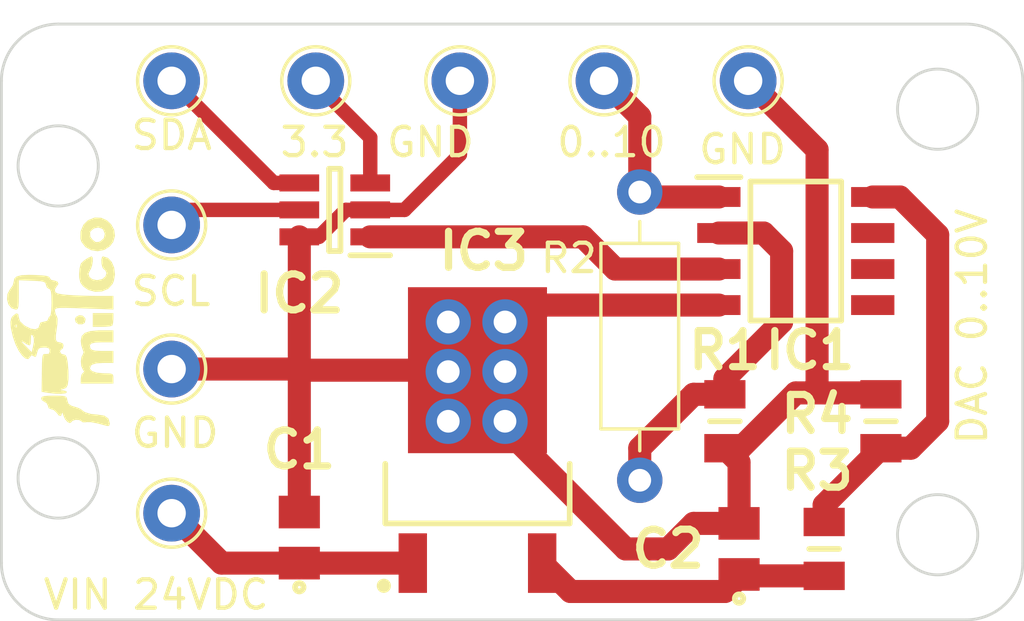
<source format=kicad_pcb>
(kicad_pcb (version 20240108) (generator "pcbnew") (generator_version "8.0")
  (layers (0 "F.Cu" signal) (31 "B.Cu" signal) (34 "B.Paste" user) (35 "F.Paste" user) (36 "B.SilkS" user "B.Silkscreen") (37 "F.SilkS" user "F.Silkscreen") (38 "B.Mask" user) (39 "F.Mask" user) (44 "Edge.Cuts" user))
  (net 0 "")
  (net 1 "/VIN")
  (net 2 "GND")
  (net 3 "/24VDC")
  (net 4 "Net-(IC1-OUTPUT_A)")
  (net 5 "Net-(IC1-INPUTS_A_1)")
  (net 7 "Net-(IC1-INPUTS_A_2)")
  (net 9 "Net-(IC1-VCC)")
  (net 11 "/SDA")
  (net 12 "/SCL")
  (net 13 "/3.3")
  (footprint "WP_MILCO_LOGO:MILCO_LOGO 20" (layer "F.Cu") (at 113.5 81.4 90)
    (property "Reference" "G***" (hide yes))
    (property "Value" "LOGO" (hide yes))
    (fp_poly (pts (xy 0.073966 0.12478) (xy 0.140035 0.241237) (xy 0.120885 0.368763) (xy 0.029187 0.455689) (xy -0.00971 0.466004) (xy -0.130297 0.440292) (xy -0.183845 0.349382) (xy -0.181922 0.215624) (xy -0.109292 0.119167) (xy -0.001074 0.090606)) (fill solid) (layer "F.SilkS"))
    (fp_poly (pts (xy 0.212411 1.447553) (xy 0.010342 1.447553) (xy -0.139446 1.436463) (xy -0.229402 1.409526) (xy -0.23214 1.40714) (xy -0.254844 1.328215) (xy -0.269505 1.169316) (xy -0.272554 1.043417) (xy -0.272554 0.720107) (xy 0.212411 0.720107)) (fill solid) (layer "F.SilkS"))
    (fp_poly (pts (xy 3.092423 0.288706) (xy 3.327469 0.389167) (xy 3.491126 0.555732) (xy 3.581465 0.789956) (xy 3.573153 1.01517) (xy 3.485294 1.215262) (xy 3.336989 1.374122) (xy 3.147341 1.475639) (xy 2.935453 1.5037) (xy 2.720428 1.442195) (xy 2.571948 1.330976) (xy 2.436898 1.124428) (xy 2.391882 0.890001) (xy 2.403026 0.820883) (xy 2.717234 0.820883) (xy 2.721501 0.929533) (xy 2.746272 0.99033) (xy 2.856304 1.111175) (xy 3.00737 1.144914) (xy 3.152494 1.084652) (xy 3.182163 1.054307) (xy 3.229649 0.914942) (xy 3.195145 0.760222) (xy 3.09519 0.645442) (xy 3.05431 0.62687) (xy 2.906785 0.634118) (xy 2.801067 0.711191) (xy 2.717234 0.820883) (xy 2.403026 0.820883) (xy 2.429329 0.657748) (xy 2.541673 0.457725) (xy 2.721343 0.319985) (xy 2.835735 0.283539)) (fill solid) (layer "F.SilkS"))
    (fp_poly (pts (xy 1.782386 0.253069) (xy 1.935006 0.291259) (xy 1.975659 0.312847) (xy 2.069635 0.413627) (xy 2.15955 0.54977) (xy 2.210388 0.66622) (xy 2.212888 0.685812) (xy 2.162535 0.718754) (xy 2.041567 0.721015) (xy 1.895119 0.697984) (xy 1.768326 0.65505) (xy 1.726309 0.627715) (xy 1.598639 0.567481) (xy 1.485442 0.603806) (xy 1.404496 0.712056) (xy 1.373578 0.867593) (xy 1.410464 1.045782) (xy 1.415828 1.05799) (xy 1.508652 1.167669) (xy 1.626422 1.202756) (xy 1.725652 1.155942) (xy 1.749846 1.114141) (xy 1.819167 1.060322) (xy 1.946826 1.028385) (xy 2.085539 1.021932) (xy 2.188021 1.044564) (xy 2.212888 1.078872) (xy 2.158823 1.253591) (xy 2.015766 1.389272) (xy 1.812424 1.475971) (xy 1.577506 1.503742) (xy 1.339718 1.462638) (xy 1.236173 1.417265) (xy 1.067809 1.26293) (xy 0.975249 1.045716) (xy 0.961198 0.799472) (xy 1.02836 0.558044) (xy 1.153291 0.379921) (xy 1.28463 0.282807) (xy 1.451411 0.241793) (xy 1.588772 0.237071)) (fill solid) (layer "F.SilkS"))
    (fp_poly (pts (xy -1.960591 0.318999) (xy -1.891627 0.371539) (xy -1.851147 0.416915) (xy -1.78352 0.371539) (xy -1.656968 0.314106) (xy -1.483325 0.298225) (xy -1.324098 0.325018) (xy -1.261114 0.362) (xy -1.167118 0.397051) (xy -1.071114 0.362) (xy -0.917677 0.312618) (xy -0.764941 0.295764) (xy -0.597705 0.329191) (xy -0.484706 0.438079) (xy -0.419201 0.635338) (xy -0.394448 0.933879) (xy -0.393795 1.006388) (xy -0.393795 1.447553) (xy -0.818138 1.447553) (xy -0.818138 1.057098) (xy -0.827108 0.81213) (xy -0.859348 0.671127) (xy -0.922855 0.617776) (xy -1.02484 0.635465) (xy -1.080603 0.687456) (xy -1.110789 0.806009) (xy -1.121065 1.016093) (xy -1.121241 1.060006) (xy -1.121241 1.447553) (xy -1.545585 1.447553) (xy -1.545585 1.091253) (xy -1.559485 0.847416) (xy -1.604371 0.70052) (xy -1.643075 0.654042) (xy -1.746341 0.620466) (xy -1.830175 0.694123) (xy -1.887 0.861588) (xy -1.909239 1.109436) (xy -1.909308 1.125727) (xy -1.912678 1.312117) (xy -1.93423 1.407639) (xy -1.991124 1.442661) (xy -2.091169 1.447553) (xy -2.273031 1.447553) (xy -2.273031 0.295764) (xy -2.096221 0.295764)) (fill solid) (layer "F.SilkS"))
    (fp_poly (pts (xy -2.743383 -1.078389) (xy -2.713755 -1.002546) (xy -2.700118 -0.847754) (xy -2.697375 -0.647881) (xy -2.699254 -0.417645) (xy -2.711094 -0.281865) (xy -2.742198 -0.213758) (xy -2.801871 -0.186543) (xy -2.860578 -0.178072) (xy -2.982924 -0.136816) (xy -3.054375 -0.026351) (xy -3.078386 0.053187) (xy -3.124734 0.201672) (xy -3.167486 0.290297) (xy -3.17282 0.295669) (xy -3.275729 0.437135) (xy -3.343718 0.657653) (xy -3.3642 0.879308) (xy -3.398933 1.124247) (xy -3.504272 1.271784) (xy -3.681927 1.324282) (xy -3.686543 1.324384) (xy -3.767759 1.292692) (xy -3.765927 1.220227) (xy -3.676319 0.884868) (xy -3.632011 0.649293) (xy -3.630932 0.501681) (xy -3.63632 0.479746) (xy -3.638316 0.369095) (xy -3.609148 0.327598) (xy -3.556842 0.239113) (xy -3.5507 0.109483) (xy -3.58847 0.001271) (xy -3.621838 -0.024804) (xy -3.666622 -0.083277) (xy -3.628146 -0.170846) (xy -3.529537 -0.258465) (xy -3.393926 -0.317087) (xy -3.388028 -0.318425) (xy -3.297698 -0.346127) (xy -3.309517 -0.363044) (xy -3.318735 -0.36389) (xy -3.412117 -0.400498) (xy -3.403458 -0.473592) (xy -3.30358 -0.552924) (xy -3.206457 -0.652929) (xy -3.182339 -0.736918) (xy -3.137879 -0.837472) (xy -3.068168 -0.856026) (xy -2.961496 -0.907228) (xy -2.922292 -0.977268) (xy -2.855959 -1.075859) (xy -2.793981 -1.098509)) (fill solid) (layer "F.SilkS"))
    (fp_poly (pts (xy 0.884821 -2.28944) (xy 1.049289 -2.200958) (xy 1.061098 -2.189678) (xy 1.199464 -2.09839) (xy 1.319308 -2.068437) (xy 1.433424 -2.04292) (xy 1.508369 -1.955671) (xy 1.549273 -1.790642) (xy 1.561268 -1.531785) (xy 1.556763 -1.325836) (xy 1.542247 -1.058399) (xy 1.520233 -0.893483) (xy 1.486989 -0.812424) (xy 1.450677 -0.795406) (xy 1.382362 -0.742622) (xy 1.364201 -0.643855) (xy 1.327273 -0.52767) (xy 1.244328 -0.488787) (xy 1.157123 -0.545101) (xy 1.152029 -0.552924) (xy 1.065902 -0.605169) (xy 1.005666 -0.613544) (xy 0.944627 -0.59362) (xy 0.904002 -0.517482) (xy 0.87494 -0.360583) (xy 0.858123 -0.204356) (xy 0.84084 0.043806) (xy 0.827443 0.359898) (xy 0.819951 0.690625) (xy 0.819047 0.826193) (xy 0.818616 1.447553) (xy 0.339149 1.447553) (xy 0.376173 0.417005) (xy 0.389072 0.041737) (xy 0.395764 -0.229309) (xy 0.39491 -0.413057) (xy 0.38517 -0.52643) (xy 0.365205 -0.58635) (xy 0.333677 -0.60974) (xy 0.294617 -0.613544) (xy 0.163308 -0.583237) (xy 0.112596 -0.550102) (xy 0.016784 -0.518562) (xy -0.175869 -0.5263) (xy -0.332788 -0.548169) (xy -0.574054 -0.581259) (xy -0.720026 -0.581263) (xy -0.793502 -0.542541) (xy -0.817281 -0.459454) (xy -0.818138 -0.428105) (xy -0.862736 -0.329339) (xy -0.939379 -0.310442) (xy -1.037886 -0.335828) (xy -1.06062 -0.371062) (xy -1.10972 -0.424844) (xy -1.151551 -0.431683) (xy -1.226126 -0.381477) (xy -1.242482 -0.314804) (xy -1.264404 -0.24206) (xy -1.348392 -0.196127) (xy -1.521775 -0.163592) (xy -1.56074 -0.158597) (xy -1.80979 -0.138819) (xy -2.063499 -0.135172) (xy -2.149374 -0.139079) (xy -2.324398 -0.162509) (xy -2.415986 -0.212969) (xy -2.461589 -0.310442) (xy -2.492396 -0.411925) (xy -2.504943 -0.39997) (xy -2.50947 -0.325597) (xy -2.537096 -0.219011) (xy -2.576134 -0.189201) (xy -2.615202 -0.244166) (xy -2.633432 -0.389712) (xy -2.629836 -0.596815) (xy -2.603423 -0.836451) (xy -2.599108 -0.8634) (xy -2.562796 -1.082946) (xy -1.887484 -1.075572) (xy -1.594301 -1.071447) (xy -1.401998 -1.063749) (xy -1.290218 -1.048021) (xy -1.238603 -1.019802) (xy -1.226795 -0.974633) (xy -1.231137 -0.931802) (xy -1.219167 -0.824912) (xy -1.125586 -0.795406) (xy -1.125051 -0.795406) (xy -1.037975 -0.818762) (xy -1.003668 -0.910778) (xy -1 -1) (xy -1.014588 -1.143897) (xy -1.081733 -1.212736) (xy -1.189306 -1.242456) (xy -1.312644 -1.278502) (xy -1.33343 -1.326878) (xy -1.309 -1.364195) (xy -1.279073 -1.431921) (xy -1.162434 -1.431921) (xy -1.005441 -1.393628) (xy -0.798939 -1.354372) (xy -0.662425 -1.361803) (xy -0.575656 -1.401611) (xy -0.545046 -1.440388) (xy -0.617574 -1.458437) (xy -0.712052 -1.461303) (xy -0.872427 -1.468099) (xy -0.927573 -1.505012) (xy -0.892271 -1.599506) (xy -0.836069 -1.691692) (xy -0.787207 -1.776038) (xy -0.799869 -1.782489) (xy -0.883176 -1.707151) (xy -0.947596 -1.644093) (xy -1.162434 -1.431921) (xy -1.279073 -1.431921) (xy -1.274626 -1.441986) (xy -1.331866 -1.48356) (xy -1.410346 -1.553616) (xy -1.390365 -1.653417) (xy -1.287015 -1.770229) (xy -1.115389 -1.891318) (xy -0.94336 -1.977506) (xy -0.272554 -1.977506) (xy -0.242243 -1.947196) (xy -0.211933 -1.977506) (xy -0.242243 -2.007816) (xy -0.272554 -1.977506) (xy -0.94336 -1.977506) (xy -0.89058 -2.003949) (xy -0.627683 -2.095389) (xy -0.596886 -2.10366) (xy -0.304585 -2.168543) (xy -0.099465 -2.183912) (xy 0.042098 -2.149459) (xy 0.11715 -2.094417) (xy 0.203089 -1.976585) (xy 0.178247 -1.906927) (xy 0.061719 -1.886575) (xy -0.075815 -1.842815) (xy -0.211122 -1.700363) (xy -0.239597 -1.658965) (xy -0.33496 -1.464622) (xy -0.355579 -1.300606) (xy -0.303137 -1.191159) (xy -0.204863 -1.159129) (xy -0.114217 -1.119548) (xy -0.090692 -1.007578) (xy -0.059073 -0.885689) (xy 0.000239 -0.856026) (xy 0.080911 -0.823293) (xy 0.09117 -0.795406) (xy 0.147888 -0.765385) (xy 0.302735 -0.744289) (xy 0.53275 -0.734987) (xy 0.576134 -0.734785) (xy 0.827619 -0.739504) (xy 0.978419 -0.756077) (xy 1.04881 -0.788129) (xy 1.061098 -0.8215) (xy 1.112701 -0.896627) (xy 1.197494 -0.927586) (xy 1.266689 -0.94686) (xy 1.309163 -0.99781) (xy 1.333117 -1.106471) (xy 1.346752 -1.298876) (xy 1.351595 -1.416766) (xy 1.3693 -1.886575) (xy 0.851476 -1.886575) (xy 0.59919 -1.889177) (xy 0.444758 -1.900342) (xy 0.364845 -1.92511) (xy 0.336115 -1.968523) (xy 0.333652 -1.998421) (xy 0.385567 -2.149547) (xy 0.518025 -2.254549) (xy 0.696088 -2.304242)) (fill solid) (layer "F.SilkS"))
  )
  (footprint "Samacsys:C0805" (layer "F.Cu") (at 121.5 89.1 90)
    (property "Reference" "C1" (at 3.1 0 0) (layer "F.SilkS") (effects (font (size 1.27 1.27) (thickness 0.254))))
    (property "Value" "0.33 uF 5%" (hide yes))
    (fp_circle (center -1.75 0) (end -1.75 0.05) (stroke (width 0.2)) (fill none) (layer "F.SilkS"))
    (pad "1" smd rect (at -0.9 0 90) (size 1.15 1.45) (layers "F.Cu" "F.Paste" "F.Mask") (net 1 "/VIN"))
    (pad "2" smd rect (at 0.9 0 90) (size 1.15 1.45) (layers "F.Cu" "F.Paste" "F.Mask") (net 2 "GND"))
  )
  (footprint "TestPoint:TestPoint_THTPad_D2.0mm_Drill1.0mm" (layer "F.Cu") (at 127.16 73)
    (property "Reference" "TP8" (hide yes))
    (property "Value" "GND")
    (fp_circle (center 0 0) (end 0 1.2) (stroke (width 0.12)) (fill none) (layer "F.SilkS"))
    (pad "1" thru_hole circle (at 0 0) (size 2 2) (drill 1) (layers "*.Cu" "*.Mask") (net 2 "GND"))
  )
  (footprint "TestPoint:TestPoint_THTPad_D2.0mm_Drill1.0mm" (layer "F.Cu") (at 117 78.08)
    (property "Reference" "TP3" (hide yes))
    (property "Value" "SCL")
    (fp_circle (center 0 0) (end 0 1.2) (stroke (width 0.12)) (fill none) (layer "F.SilkS"))
    (pad "1" thru_hole circle (at 0 0) (size 2 2) (drill 1) (layers "*.Cu" "*.Mask") (net 12 "/SCL"))
  )
  (footprint "Samacsys:C0805" (layer "F.Cu") (at 137 89.5 90)
    (property "Reference" "C2" (at 0 -2.5 360) (layer "F.SilkS") (effects (font (size 1.27 1.27) (thickness 0.254))))
    (property "Value" "0.1 uF 5%" (hide yes))
    (fp_circle (center -1.75 0) (end -1.75 0.05) (stroke (width 0.2)) (fill none) (layer "F.SilkS"))
    (pad "1" smd rect (at -0.9 0 90) (size 1.15 1.45) (layers "F.Cu" "F.Paste" "F.Mask") (net 3 "/24VDC"))
    (pad "2" smd rect (at 0.9 0 90) (size 1.15 1.45) (layers "F.Cu" "F.Paste" "F.Mask") (net 2 "GND"))
  )
  (footprint "TestPoint:TestPoint_THTPad_D2.0mm_Drill1.0mm" (layer "F.Cu") (at 117 73)
    (property "Reference" "TP4" (hide yes))
    (property "Value" "SDA")
    (fp_circle (center 0 0) (end 0 1.2) (stroke (width 0.12)) (fill none) (layer "F.SilkS"))
    (pad "1" thru_hole circle (at 0 0) (size 2 2) (drill 1) (layers "*.Cu" "*.Mask") (net 11 "/SDA"))
  )
  (footprint "TestPoint:TestPoint_THTPad_D2.0mm_Drill1.0mm" (layer "F.Cu") (at 117 83.16)
    (property "Reference" "TP5" (hide yes))
    (property "Value" "GND")
    (fp_circle (center 0 0) (end 0 1.2) (stroke (width 0.12)) (fill none) (layer "F.SilkS"))
    (pad "1" thru_hole circle (at 0 0) (size 2 2) (drill 1) (layers "*.Cu" "*.Mask") (net 2 "GND"))
  )
  (footprint "Samacsys:SOIC127P600X175-8N" (layer "F.Cu") (at 139 79)
    (property "Reference" "IC1" (at 0.5 3.5 0) (layer "F.SilkS") (effects (font (size 1.27 1.27) (thickness 0.254))))
    (property "Value" "LM358DR2G" (hide yes))
    (fp_line (start -3.475 -2.605) (end -1.95 -2.605) (stroke (width 0.2)) (layer "F.SilkS"))
    (fp_line (start -1.6 -2.45) (end 1.6 -2.45) (stroke (width 0.2)) (layer "F.SilkS"))
    (fp_line (start -1.6 2.45) (end -1.6 -2.45) (stroke (width 0.2)) (layer "F.SilkS"))
    (fp_line (start 1.6 -2.45) (end 1.6 2.45) (stroke (width 0.2)) (layer "F.SilkS"))
    (fp_line (start 1.6 2.45) (end -1.6 2.45) (stroke (width 0.2)) (layer "F.SilkS"))
    (pad "1" smd rect (at -2.712 -1.905 90) (size 0.7 1.525) (layers "F.Cu" "F.Paste" "F.Mask") (net 4 "Net-(IC1-OUTPUT_A)"))
    (pad "2" smd rect (at -2.712 -0.635 90) (size 0.7 1.525) (layers "F.Cu" "F.Paste" "F.Mask") (net 5 "Net-(IC1-INPUTS_A_1)"))
    (pad "3" smd rect (at -2.712 0.635 90) (size 0.7 1.525) (layers "F.Cu" "F.Paste" "F.Mask") (net 7 "Net-(IC1-INPUTS_A_2)"))
    (pad "4" smd rect (at -2.712 1.905 90) (size 0.7 1.525) (layers "F.Cu" "F.Paste" "F.Mask") (net 2 "GND"))
    (pad "5" smd rect (at 2.712 1.905 90) (size 0.7 1.525) (layers "F.Cu" "F.Paste" "F.Mask"))
    (pad "6" smd rect (at 2.712 0.635 90) (size 0.7 1.525) (layers "F.Cu" "F.Paste" "F.Mask"))
    (pad "7" smd rect (at 2.712 -0.635 90) (size 0.7 1.525) (layers "F.Cu" "F.Paste" "F.Mask"))
    (pad "8" smd rect (at 2.712 -1.905 90) (size 0.7 1.525) (layers "F.Cu" "F.Paste" "F.Mask") (net 9 "Net-(IC1-VCC)"))
  )
  (footprint "Resistor_THT:R_Axial_DIN0207_L6.3mm_D2.5mm_P10.16mm_Horizontal" (layer "F.Cu") (at 133.5 87.08 90)
    (property "Reference" "R2" (at 7.83 -2.5 180) (layer "F.SilkS"))
    (property "Value" "20.3k 0.1%")
    (fp_line (start 8.35 -1.37) (end 1.81 -1.37) (stroke (width 0.12)) (layer "F.SilkS"))
    (fp_line (start 1.81 -1.37) (end 1.81 1.37) (stroke (width 0.12)) (layer "F.SilkS"))
    (fp_line (start 9.12 0) (end 8.35 0) (stroke (width 0.12)) (layer "F.SilkS"))
    (fp_line (start 1.04 0) (end 1.81 0) (stroke (width 0.12)) (layer "F.SilkS"))
    (fp_line (start 8.35 1.37) (end 8.35 -1.37) (stroke (width 0.12)) (layer "F.SilkS"))
    (fp_line (start 1.81 1.37) (end 8.35 1.37) (stroke (width 0.12)) (layer "F.SilkS"))
    (pad "1" thru_hole circle (at 0 0 90) (size 1.6 1.6) (drill 0.8) (layers "*.Cu" "*.Mask") (net 5 "Net-(IC1-INPUTS_A_1)"))
    (pad "2" thru_hole oval (at 10.16 0 90) (size 1.6 1.6) (drill 0.8) (layers "*.Cu" "*.Mask") (net 4 "Net-(IC1-OUTPUT_A)"))
  )
  (footprint "TestPoint:TestPoint_THTPad_D2.0mm_Drill1.0mm" (layer "F.Cu") (at 132.24 73)
    (property "Reference" "TP6" (hide yes))
    (property "Value" "A010VDC")
    (fp_circle (center 0 0) (end 0 1.2) (stroke (width 0.12)) (fill none) (layer "F.SilkS"))
    (pad "1" thru_hole circle (at 0 0) (size 2 2) (drill 1) (layers "*.Cu" "*.Mask") (net 4 "Net-(IC1-OUTPUT_A)"))
  )
  (footprint "Samacsys:RESC2012X55N" (layer "F.Cu") (at 136.5 85 90)
    (property "Reference" "R1" (at 2.5 0 0) (layer "F.SilkS") (effects (font (size 1.27 1.27) (thickness 0.254))))
    (property "Value" "10k 0.1%" (hide yes))
    (fp_line (start 0 -0.525) (end 0 0.525) (stroke (width 0.2)) (layer "F.SilkS"))
    (pad "1" smd rect (at -0.95 0 90) (size 1 1.45) (layers "F.Cu" "F.Paste" "F.Mask") (net 2 "GND"))
    (pad "2" smd rect (at 0.95 0 90) (size 1 1.45) (layers "F.Cu" "F.Paste" "F.Mask") (net 5 "Net-(IC1-INPUTS_A_1)"))
  )
  (footprint "TestPoint:TestPoint_THTPad_D2.0mm_Drill1.0mm" (layer "F.Cu") (at 137.32 73)
    (property "Reference" "TP7" (hide yes))
    (property "Value" "GND")
    (fp_circle (center 0 0) (end 0 1.2) (stroke (width 0.12)) (fill none) (layer "F.SilkS"))
    (pad "1" thru_hole circle (at 0 0) (size 2 2) (drill 1) (layers "*.Cu" "*.Mask") (net 2 "GND"))
  )
  (footprint "Samacsys:RESC2012X55N" (layer "F.Cu") (at 140 89.5 -90)
    (property "Reference" "R3" (at -2.75 0.25 180) (layer "F.SilkS") (effects (font (size 1.27 1.27) (thickness 0.254))))
    (property "Value" "1.5k 0.1%" (hide yes))
    (fp_line (start 0 -0.525) (end 0 0.525) (stroke (width 0.2)) (layer "F.SilkS"))
    (pad "1" smd rect (at -0.95 0 270) (size 1 1.45) (layers "F.Cu" "F.Paste" "F.Mask") (net 9 "Net-(IC1-VCC)"))
    (pad "2" smd rect (at 0.95 0 270) (size 1 1.45) (layers "F.Cu" "F.Paste" "F.Mask") (net 3 "/24VDC"))
  )
  (footprint "Samacsys:RESC2012X55N" (layer "F.Cu") (at 142 85 -90)
    (property "Reference" "R4" (at -0.25 2.25 180) (layer "F.SilkS") (effects (font (size 1.27 1.27) (thickness 0.254))))
    (property "Value" "1.5k 0.1%" (hide yes))
    (fp_line (start 0 -0.525) (end 0 0.525) (stroke (width 0.2)) (layer "F.SilkS"))
    (pad "1" smd rect (at -0.95 0 270) (size 1 1.45) (layers "F.Cu" "F.Paste" "F.Mask") (net 2 "GND"))
    (pad "2" smd rect (at 0.95 0 270) (size 1 1.45) (layers "F.Cu" "F.Paste" "F.Mask") (net 9 "Net-(IC1-VCC)"))
  )
  (footprint "Samacsys:SOT95P270X145-6N" (layer "F.Cu") (at 122.75 77.55 180)
    (property "Reference" "IC2" (at 1.25 -2.95 180) (layer "F.SilkS") (effects (font (size 1.27 1.27) (thickness 0.254))))
    (property "Value" "MCP4725A0T-E_CH" (hide yes))
    (fp_line (start 0.2 1.45) (end -0.2 1.45) (stroke (width 0.2)) (layer "F.SilkS"))
    (fp_line (start 0.2 -1.45) (end 0.2 1.45) (stroke (width 0.2)) (layer "F.SilkS"))
    (fp_line (start -0.2 1.45) (end -0.2 -1.45) (stroke (width 0.2)) (layer "F.SilkS"))
    (fp_line (start -0.2 -1.45) (end 0.2 -1.45) (stroke (width 0.2)) (layer "F.SilkS"))
    (fp_line (start -1.95 -1.6) (end -0.55 -1.6) (stroke (width 0.2)) (layer "F.SilkS"))
    (pad "1" smd rect (at -1.25 -0.95 270) (size 0.6 1.4) (layers "F.Cu" "F.Paste" "F.Mask") (net 7 "Net-(IC1-INPUTS_A_2)"))
    (pad "2" smd rect (at -1.25 0 270) (size 0.6 1.4) (layers "F.Cu" "F.Paste" "F.Mask") (net 2 "GND"))
    (pad "3" smd rect (at -1.25 0.95 270) (size 0.6 1.4) (layers "F.Cu" "F.Paste" "F.Mask") (net 13 "/3.3"))
    (pad "4" smd rect (at 1.25 0.95 270) (size 0.6 1.4) (layers "F.Cu" "F.Paste" "F.Mask") (net 11 "/SDA"))
    (pad "5" smd rect (at 1.25 0 270) (size 0.6 1.4) (layers "F.Cu" "F.Paste" "F.Mask") (net 12 "/SCL"))
    (pad "6" smd rect (at 1.25 -0.95 270) (size 0.6 1.4) (layers "F.Cu" "F.Paste" "F.Mask") (net 2 "GND"))
  )
  (footprint "TestPoint:TestPoint_THTPad_D2.0mm_Drill1.0mm" (layer "F.Cu") (at 117 88.24)
    (property "Reference" "TP1" (hide yes))
    (property "Value" "VIN")
    (fp_circle (center 0 0) (end 0 1.2) (stroke (width 0.12)) (fill none) (layer "F.SilkS"))
    (pad "1" thru_hole circle (at 0 0) (size 2 2) (drill 1) (layers "*.Cu" "*.Mask") (net 1 "/VIN"))
  )
  (footprint "TestPoint:TestPoint_THTPad_D2.0mm_Drill1.0mm" (layer "F.Cu") (at 122.08 73)
    (property "Reference" "TP2" (hide yes))
    (property "Value" "3.3")
    (fp_circle (center 0 0) (end 0 1.2) (stroke (width 0.12)) (fill none) (layer "F.SilkS"))
    (pad "1" thru_hole circle (at 0 0) (size 2 2) (drill 1) (layers "*.Cu" "*.Mask") (net 13 "/3.3"))
  )
  (footprint "Samacsys:TO228P972X240-3N" (layer "F.Cu") (at 127.78 85.65 90)
    (property "Reference" "IC3" (at 6.65 0.22 0) (layer "F.SilkS") (effects (font (size 1.27 1.27) (thickness 0.254))))
    (property "Value" "L78M24ACDT-TR" (hide yes))
    (fp_line (start -2.95 -3.25) (end -0.85 -3.25) (stroke (width 0.2)) (layer "F.SilkS"))
    (fp_line (start -0.85 3.25) (end -2.95 3.25) (stroke (width 0.2)) (layer "F.SilkS"))
    (fp_line (start -2.95 3.25) (end -2.95 -3.25) (stroke (width 0.2)) (layer "F.SilkS"))
    (fp_circle (center -5.15 -3.3) (end -5.15 -3.175) (stroke (width 0.25)) (fill none) (layer "F.SilkS"))
    (pad "1" smd rect (at -4.35 -2.28 180) (size 1 2.1) (layers "F.Cu" "F.Paste" "F.Mask") (net 1 "/VIN"))
    (pad "3" smd rect (at -4.35 2.28 180) (size 1 2.1) (layers "F.Cu" "F.Paste" "F.Mask") (net 3 "/24VDC"))
    (pad "4" smd rect (at 2.45 0 180) (size 4.9 5.85) (layers "F.Cu" "F.Paste" "F.Mask") (net 2 "GND"))
  )
  (gr_arc (start 111 73) (mid 111.585786 71.585786) (end 113 71) (stroke (width 0.1)) (layer "Edge.Cuts"))
  (gr_circle (center 144 89) (end 145 90) (stroke (width 0.1)) (fill none) (layer "Edge.Cuts"))
  (gr_arc (start 145 71) (mid 146.414214 71.585786) (end 147 73) (stroke (width 0.1)) (layer "Edge.Cuts"))
  (gr_circle (center 113 87) (end 112 86) (stroke (width 0.1)) (fill none) (layer "Edge.Cuts"))
  (gr_line (start 145 71) (end 113 71) (stroke (width 0.1)) (layer "Edge.Cuts"))
  (gr_circle (center 113 76) (end 112 75) (stroke (width 0.1)) (fill none) (layer "Edge.Cuts"))
  (gr_line (start 147 73) (end 147 90) (stroke (width 0.1)) (layer "Edge.Cuts"))
  (gr_arc (start 113 92) (mid 111.585786 91.414214) (end 111 90) (stroke (width 0.1)) (layer "Edge.Cuts"))
  (gr_circle (center 144 74) (end 145 73) (stroke (width 0.1)) (fill none) (layer "Edge.Cuts"))
  (gr_line (start 113 92) (end 145 92) (stroke (width 0.1)) (layer "Edge.Cuts"))
  (gr_arc (start 147 90) (mid 146.414214 91.414214) (end 145 92) (stroke (width 0.1)) (layer "Edge.Cuts"))
  (gr_line (start 111 73) (end 111 90) (stroke (width 0.1)) (layer "Edge.Cuts"))
  (gr_text "GND\n" (at 124.5 75.75 0) (layer "F.SilkS") (effects (font (size 1 1)) (justify left bottom)))
  (gr_text "VIN 24VDC" (at 112.4 91.7 0) (layer "F.SilkS") (effects (font (size 1 1)) (justify left bottom)))
  (gr_text "DAC 0..10V" (at 145.8 85.9 90) (layer "F.SilkS") (effects (font (size 1 1)) (justify left bottom)))
  (gr_text "3.3" (at 120.75 75.75 0) (layer "F.SilkS") (effects (font (size 1 1)) (justify left bottom)))
  (gr_text "SDA" (at 115.5 75.5 0) (layer "F.SilkS") (effects (font (size 1 1)) (justify left bottom)))
  (gr_text "GND\n" (at 115.5 86 0) (layer "F.SilkS") (effects (font (size 1 1)) (justify left bottom)))
  (gr_text "SCL" (at 115.5 81 0) (layer "F.SilkS") (effects (font (size 1 1)) (justify left bottom)))
  (gr_text "0..10" (at 130.5 75.75 0) (layer "F.SilkS") (effects (font (size 1 1)) (justify left bottom)))
  (gr_text "GND\n" (at 135.5 76 0) (layer "F.SilkS") (effects (font (size 1 1)) (justify left bottom)))
  (segment (start 118.76 90) (end 121.5 90) (width 0.8128) (layer "F.Cu") (net 1))
  (segment (start 121.5 90) (end 125.5 90) (width 0.8128) (layer "F.Cu") (net 1))
  (segment (start 117 88.24) (end 118.76 90) (width 0.8128) (layer "F.Cu") (net 1))
  (segment (start 126.75 83.25) (end 126.7 83.2) (width 0.8128) (layer "F.Cu") (net 2))
  (segment (start 117 83.16) (end 121.34 83.16) (width 0.8128) (layer "F.Cu") (net 2))
  (segment (start 139.5 84) (end 139.75 83.75) (width 0.8128) (layer "F.Cu") (net 2))
  (segment (start 128.75 85.25) (end 133 89.5) (width 0.8128) (layer "F.Cu") (net 2))
  (segment (start 139 84) (end 137.05 85.95) (width 0.8128) (layer "F.Cu") (net 2))
  (segment (start 126.8 83.2) (end 127.78 83.2) (width 0.8128) (layer "F.Cu") (net 2))
  (segment (start 142 84.05) (end 141.95 84) (width 0.8128) (layer "F.Cu") (net 2))
  (segment (start 121.38 83.2) (end 121.34 83.16) (width 0.8128) (layer "F.Cu") (net 2))
  (segment (start 121.5 88.2) (end 121.5 83) (width 0.8128) (layer "F.Cu") (net 2))
  (segment (start 123.142 77.55) (end 122.192 78.5) (width 0.508) (layer "F.Cu") (net 2))
  (segment (start 128.75 82.23) (end 127.78 83.2) (width 0.8128) (layer "F.Cu") (net 2))
  (segment (start 121.5 83) (end 121.5 78.5) (width 0.8128) (layer "F.Cu") (net 2))
  (segment (start 126.7 83.2) (end 121.38 83.2) (width 0.8128) (layer "F.Cu") (net 2))
  (segment (start 126.75 83.25) (end 126.8 83.2) (width 0.8128) (layer "F.Cu") (net 2))
  (segment (start 140 84) (end 139 84) (width 0.8128) (layer "F.Cu") (net 2))
  (segment (start 137.05 85.95) (end 136.5 85.95) (width 0.8128) (layer "F.Cu") (net 2))
  (segment (start 137 88.6) (end 137 86.45) (width 0.8128) (layer "F.Cu") (net 2))
  (segment (start 133 89.5) (end 134.5 89.5) (width 0.8128) (layer "F.Cu") (net 2))
  (segment (start 129.48 81.5) (end 130.075 80.905) (width 0.8128) (layer "F.Cu") (net 2))
  (segment (start 124 77.55) (end 123.142 77.55) (width 0.508) (layer "F.Cu") (net 2))
  (segment (start 139.75 83.75) (end 139.75 75.43) (width 0.8128) (layer "F.Cu") (net 2))
  (segment (start 128.75 85) (end 128.75 85.25) (width 0.8128) (layer "F.Cu") (net 2))
  (segment (start 127.16 75.598) (end 127.16 73) (width 0.508) (layer "F.Cu") (net 2))
  (segment (start 141.95 84) (end 140 84) (width 0.8128) (layer "F.Cu") (net 2))
  (segment (start 135.4 88.6) (end 137 88.6) (width 0.8128) (layer "F.Cu") (net 2))
  (segment (start 128.75 81.5) (end 128.75 82.23) (width 0.8128) (layer "F.Cu") (net 2))
  (segment (start 121.34 83.16) (end 121.5 83) (width 0.8128) (layer "F.Cu") (net 2))
  (segment (start 128.75 81.5) (end 129.48 81.5) (width 0.8128) (layer "F.Cu") (net 2))
  (segment (start 137 86.45) (end 136.5 85.95) (width 0.8128) (layer "F.Cu") (net 2))
  (segment (start 122.192 78.5) (end 121.5 78.5) (width 0.508) (layer "F.Cu") (net 2))
  (segment (start 127.78 84.03) (end 127.78 83.2) (width 0.8128) (layer "F.Cu") (net 2))
  (segment (start 130.075 80.905) (end 136.288 80.905) (width 0.8128) (layer "F.Cu") (net 2))
  (segment (start 128.75 85) (end 127.78 84.03) (width 0.8128) (layer "F.Cu") (net 2))
  (segment (start 134.5 89.5) (end 135.4 88.6) (width 0.8128) (layer "F.Cu") (net 2))
  (segment (start 139.75 75.43) (end 137.32 73) (width 0.8128) (layer "F.Cu") (net 2))
  (segment (start 124 77.55) (end 125.208 77.55) (width 0.508) (layer "F.Cu") (net 2))
  (segment (start 125.208 77.55) (end 127.16 75.598) (width 0.508) (layer "F.Cu") (net 2))
  (via (at 128.75 81.5) (size 1.6) (drill 0.8) (layers "F.Cu" "B.Cu") (net 2))
  (via (at 128.75 83.25) (size 1.6) (drill 0.8) (layers "F.Cu" "B.Cu") (net 2))
  (via (at 128.75 85) (size 1.6) (drill 0.8) (layers "F.Cu" "B.Cu") (net 2))
  (via (at 126.75 83.25) (size 1.6) (drill 0.8) (layers "F.Cu" "B.Cu") (net 2))
  (via (at 126.75 85) (size 1.6) (drill 0.8) (layers "F.Cu" "B.Cu") (net 2))
  (via (at 126.75 81.5) (size 1.6) (drill 0.8) (layers "F.Cu" "B.Cu") (net 2))
  (segment (start 137.05 90.45) (end 137 90.4) (width 0.8128) (layer "F.Cu") (net 3))
  (segment (start 137 90.4) (end 137 90.5) (width 0.8128) (layer "F.Cu") (net 3))
  (segment (start 136.5 91) (end 131.06 91) (width 0.8128) (layer "F.Cu") (net 3))
  (segment (start 140 90.45) (end 137.05 90.45) (width 0.8128) (layer "F.Cu") (net 3))
  (segment (start 137 90.5) (end 136.5 91) (width 0.8128) (layer "F.Cu") (net 3))
  (segment (start 131.06 91) (end 130.06 90) (width 0.8128) (layer "F.Cu") (net 3))
  (segment (start 133.675 77.095) (end 133.5 76.92) (width 0.8128) (layer "F.Cu") (net 4))
  (segment (start 133.5 74.26) (end 132.24 73) (width 0.8128) (layer "F.Cu") (net 4))
  (segment (start 136.288 77.095) (end 133.675 77.095) (width 0.8128) (layer "F.Cu") (net 4))
  (segment (start 133.5 76.92) (end 133.5 74.26) (width 0.8128) (layer "F.Cu") (net 4))
  (segment (start 136.5 84.05) (end 136.5 83.5) (width 0.8128) (layer "F.Cu") (net 5))
  (segment (start 136.5 83.5) (end 138.5 81.5) (width 0.8128) (layer "F.Cu") (net 5))
  (segment (start 138.5 79.0017) (end 137.8633 78.365) (width 0.8128) (layer "F.Cu") (net 5))
  (segment (start 137.8633 78.365) (end 136.288 78.365) (width 0.8128) (layer "F.Cu") (net 5))
  (segment (start 138.5 81.5) (end 138.5 79.0017) (width 0.8128) (layer "F.Cu") (net 5))
  (segment (start 133.5 87.08) (end 133.5 85.94863) (width 0.8128) (layer "F.Cu") (net 5))
  (segment (start 135.39863 84.05) (end 136.5 84.05) (width 0.8128) (layer "F.Cu") (net 5))
  (segment (start 133.5 85.94863) (end 135.39863 84.05) (width 0.8128) (layer "F.Cu") (net 5))
  (segment (start 132.635 79.635) (end 131.5 78.5) (width 0.8128) (layer "F.Cu") (net 7))
  (segment (start 131.5 78.5) (end 124 78.5) (width 0.8128) (layer "F.Cu") (net 7))
  (segment (start 136.288 79.635) (end 132.635 79.635) (width 0.8128) (layer "F.Cu") (net 7))
  (segment (start 144 85) (end 144 78.4277) (width 0.8128) (layer "F.Cu") (net 9))
  (segment (start 142.6673 77.095) (end 141.712 77.095) (width 0.8128) (layer "F.Cu") (net 9))
  (segment (start 140 88.55) (end 140 87.95) (width 0.8128) (layer "F.Cu") (net 9))
  (segment (start 144 78.4277) (end 142.6673 77.095) (width 0.8128) (layer "F.Cu") (net 9))
  (segment (start 142 85.95) (end 143.05 85.95) (width 0.8128) (layer "F.Cu") (net 9))
  (segment (start 143.05 85.95) (end 144 85) (width 0.8128) (layer "F.Cu") (net 9))
  (segment (start 140 87.95) (end 142 85.95) (width 0.8128) (layer "F.Cu") (net 9))
  (segment (start 120.6 76.6) (end 117 73) (width 0.508) (layer "F.Cu") (net 11))
  (segment (start 121.5 76.6) (end 120.6 76.6) (width 0.508) (layer "F.Cu") (net 11))
  (segment (start 117.53 77.55) (end 121.5 77.55) (width 0.508) (layer "F.Cu") (net 12))
  (segment (start 117 78.08) (end 117.53 77.55) (width 0.508) (layer "F.Cu") (net 12))
  (segment (start 124 76.6) (end 124 75) (width 0.508) (layer "F.Cu") (net 13))
  (segment (start 124 75) (end 122 73) (width 0.508) (layer "F.Cu") (net 13))
)
</source>
